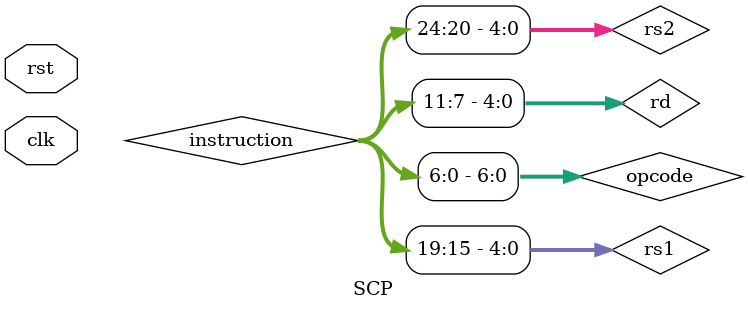
<source format=v>
`timescale 1ns / 1ps

module SCP (
    input  wire clk,
    input  wire rst
);

// ========================= Wire/Reg Declarations =========================

// Program Counter & Instruction
wire [31:0] pc_out;
wire [31:0] instruction;

// Instruction decode fields
wire [6:0] opcode;
wire [4:0] rd;
wire [2:0] funct3;
wire [4:0] rs1;
wire [4:0] rs2;
wire [6:0] funct7;

// Control signals
wire Branch, MemRead, MemWrite, RegWrite, ALUSrc;
wire [1:0] MemToReg, ALUOp;

// Immediate
wire [31:0] imm_out;

// Register File
wire [31:0] read_data1, read_data2, write_data_rf;

// ALU
wire [31:0] alu_input2, alu_result;
wire zero_flag;
wire [3:0] ALU_control;

// Data Memory
wire [31:0] mem_read_data;

// PC / Branch
wire [31:0] pc_plus_4, branch_target, next_pc;
wire BranchTaken;

// ========================= Instruction Decode Fields =========================
assign opcode = instruction[6:0];
assign rd     = instruction[11:7];
assign funct3 = instruction[14:12];
assign rs1    = instruction[19:15];
assign rs2    = instruction[24:20];
assign funct7 = instruction[31:25];

// ========================= PC and Instruction Fetch =========================

// Program Counter
pc u_pc (
    .clk(clk),
    .rst(rst),
    .pc_in(next_pc),
    .pc_out(pc_out)
);

// Instruction Memory
instruction_memory u_imem (
    .address(pc_out),
    .instruction(instruction)
);

// ========================= Decode Stage =========================

// Control Unit
control_unit u_ctrl (
    .opcode(opcode),
    .Branch(Branch),
    .MemRead(MemRead),
    .MemWrite(MemWrite),
    .RegWrite(RegWrite),
    .ALUSrc(ALUSrc),
    .MemToReg(MemToReg),
    .ALUOp(ALUOp)
);

// ========================= Immediate Generation =========================
Extend u_extend (
    .instruction(instruction),
    .imm_out(imm_out)
);

// ========================= Register File =========================
register_file u_regfile (
    .clk(clk),
    .rst(rst),
    .RegWrite(RegWrite),
    .rs1(rs1),
    .rs2(rs2),
    .rd(rd),
    .write_data(write_data_rf),
    .read_data1(read_data1),
    .read_data2(read_data2)
);

// ========================= ALU Input Selection =========================
alu_src_mux u_alu_src (
    .read_data2(read_data2),
    .imm_data(imm_out),
    .ALUSrc(ALUSrc),
    .alu_input2(alu_input2)
);

// ========================= ALU and ALU Control =========================
ALU_CU u_alucu (
    .ALUOp(ALUOp),
    .funct3(funct3),
    .funct7(funct7),
    .ALU_control(ALU_control)
);

ALU u_alu (
    .A(read_data1),
    .B(alu_input2),
    .ALU_control(ALU_control),
    .result(alu_result),
    .zero(zero_flag)
);

// ========================= Data Memory =========================
data_memory u_dmem (
    .clk(clk),
    .MemWrite(MemWrite),
    .address(alu_result),
    .write_data(read_data2),
    .read_data(mem_read_data)
);

// ========================= Write-Back MUX =========================
wb_mux u_wb (
    .alu_result(alu_result),
    .mem_data(mem_read_data),
    .pc_plus_4(pc_plus_4),
    .MemToReg(MemToReg),
    .write_data(write_data_rf)
);

// ========================= PC Adder & Branching =========================
pc_adder u_pc_adder (
    .pc_in(pc_out),
    .pc_next(pc_plus_4)
);

branch_adder u_branch_adder (
    .pc_in(pc_out),
    .imm_in(imm_out),
    .branch_target(branch_target)
);

// ========================= Branch Decision =========================
branch_decision_unit u_branch_decision (
    .Branch(Branch),
    .funct3(funct3),
    .zero(zero_flag),
    .alu_result(alu_result),
    .BranchTaken(BranchTaken)
);

// ========================= PC Source Selection =========================
pc_src_mux u_pc_src (
    .pc_plus_4(pc_plus_4),
    .branch_target(branch_target),
    .Branch(BranchTaken),
    .next_pc(next_pc)
);

endmodule

</source>
